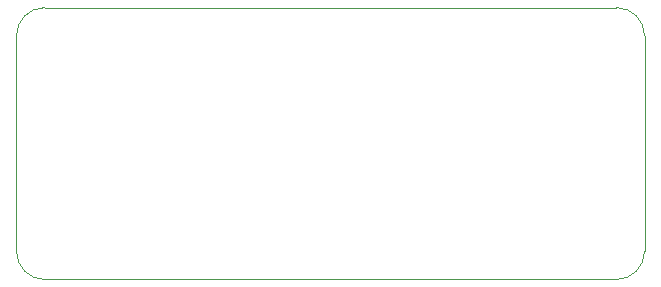
<source format=gbr>
G04 #@! TF.GenerationSoftware,KiCad,Pcbnew,(5.1.4)-1*
G04 #@! TF.CreationDate,2021-09-13T16:48:37-03:00*
G04 #@! TF.ProjectId,keyboard pcb,6b657962-6f61-4726-9420-7063622e6b69,rev?*
G04 #@! TF.SameCoordinates,Original*
G04 #@! TF.FileFunction,Legend,Top*
G04 #@! TF.FilePolarity,Positive*
%FSLAX46Y46*%
G04 Gerber Fmt 4.6, Leading zero omitted, Abs format (unit mm)*
G04 Created by KiCad (PCBNEW (5.1.4)-1) date 2021-09-13 16:48:37*
%MOMM*%
%LPD*%
G04 APERTURE LIST*
%ADD10C,0.120000*%
G04 APERTURE END LIST*
D10*
X314325000Y-84137500D02*
G75*
G02X311943750Y-81756250I0J2381250D01*
G01*
X311943750Y-63500000D02*
X311943750Y-81756250D01*
X362743750Y-61118750D02*
X314325000Y-61118750D01*
X365125000Y-63500000D02*
X365125000Y-81756250D01*
X362743750Y-61118750D02*
G75*
G02X365125000Y-63500000I0J-2381250D01*
G01*
X311943750Y-63500000D02*
G75*
G02X314325000Y-61118750I2381250J0D01*
G01*
X365125000Y-81756250D02*
G75*
G02X362743750Y-84137500I-2381250J0D01*
G01*
X314325000Y-84137500D02*
X362743750Y-84137500D01*
M02*

</source>
